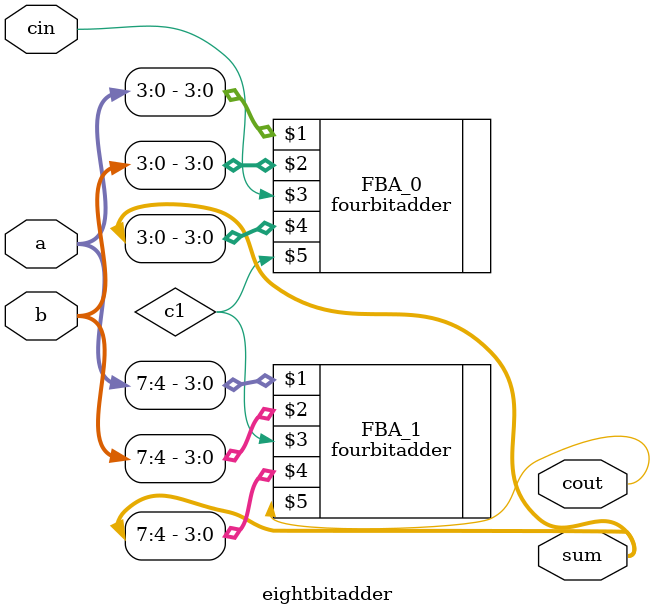
<source format=v>
`include "four_bit_adder.v"

module eightbitadder(a,b,cin,sum,cout);
input [7:0] a,b;
input cin;
output [7:0] sum;
output cout;

wire c1;

fourbitadder FBA_0 (a[3:0],b[3:0],cin,sum[3:0],c1);
fourbitadder FBA_1 (a[7:4],b[7:4],c1,sum[7:4],cout);

endmodule
</source>
